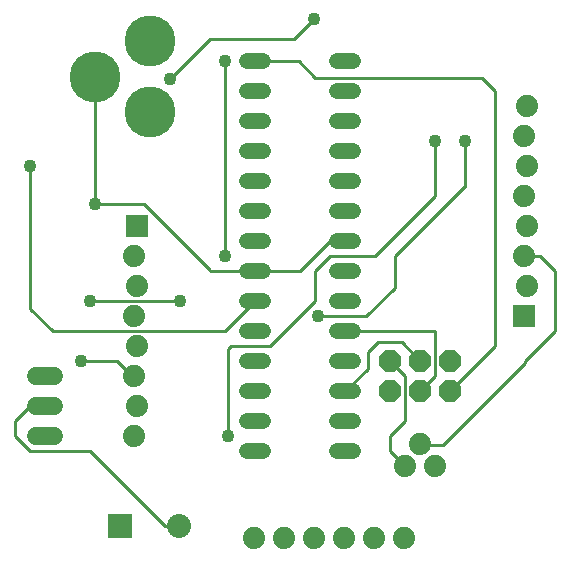
<source format=gbl>
G75*
%MOIN*%
%OFA0B0*%
%FSLAX25Y25*%
%IPPOS*%
%LPD*%
%AMOC8*
5,1,8,0,0,1.08239X$1,22.5*
%
%ADD10R,0.07400X0.07400*%
%ADD11C,0.07400*%
%ADD12OC8,0.07400*%
%ADD13C,0.17000*%
%ADD14R,0.08000X0.08000*%
%ADD15C,0.08000*%
%ADD16C,0.06000*%
%ADD17C,0.05200*%
%ADD18C,0.01000*%
%ADD19C,0.04356*%
D10*
X0158833Y0121000D03*
X0287833Y0091000D03*
D11*
X0288833Y0101000D03*
X0287833Y0111000D03*
X0288833Y0121000D03*
X0287833Y0131000D03*
X0288833Y0141000D03*
X0287833Y0151000D03*
X0288833Y0161000D03*
X0157833Y0111000D03*
X0158833Y0101000D03*
X0157833Y0091000D03*
X0158833Y0081000D03*
X0157833Y0071000D03*
X0158833Y0061000D03*
X0157833Y0051000D03*
X0197833Y0017000D03*
X0207833Y0017000D03*
X0217833Y0017000D03*
X0227833Y0017000D03*
X0237833Y0017000D03*
X0247833Y0017000D03*
X0248333Y0041000D03*
X0253333Y0048500D03*
X0258333Y0041000D03*
D12*
X0253333Y0066000D03*
X0243333Y0066000D03*
X0243333Y0076000D03*
X0253333Y0076000D03*
X0263333Y0076000D03*
X0263333Y0066000D03*
D13*
X0163333Y0159063D03*
X0144829Y0170874D03*
X0163333Y0182685D03*
D14*
X0153333Y0021000D03*
D15*
X0173018Y0021000D03*
D16*
X0131333Y0051000D02*
X0125333Y0051000D01*
X0125333Y0061000D02*
X0131333Y0061000D01*
X0131333Y0071000D02*
X0125333Y0071000D01*
D17*
X0195733Y0066000D02*
X0200933Y0066000D01*
X0200933Y0056000D02*
X0195733Y0056000D01*
X0195733Y0046000D02*
X0200933Y0046000D01*
X0225733Y0046000D02*
X0230933Y0046000D01*
X0230933Y0056000D02*
X0225733Y0056000D01*
X0225733Y0066000D02*
X0230933Y0066000D01*
X0230933Y0076000D02*
X0225733Y0076000D01*
X0225733Y0086000D02*
X0230933Y0086000D01*
X0230933Y0096000D02*
X0225733Y0096000D01*
X0225733Y0106000D02*
X0230933Y0106000D01*
X0230933Y0116000D02*
X0225733Y0116000D01*
X0225733Y0126000D02*
X0230933Y0126000D01*
X0230933Y0136000D02*
X0225733Y0136000D01*
X0225733Y0146000D02*
X0230933Y0146000D01*
X0230933Y0156000D02*
X0225733Y0156000D01*
X0225733Y0166000D02*
X0230933Y0166000D01*
X0230933Y0176000D02*
X0225733Y0176000D01*
X0200933Y0176000D02*
X0195733Y0176000D01*
X0195733Y0166000D02*
X0200933Y0166000D01*
X0200933Y0156000D02*
X0195733Y0156000D01*
X0195733Y0146000D02*
X0200933Y0146000D01*
X0200933Y0136000D02*
X0195733Y0136000D01*
X0195733Y0126000D02*
X0200933Y0126000D01*
X0200933Y0116000D02*
X0195733Y0116000D01*
X0195733Y0106000D02*
X0200933Y0106000D01*
X0200933Y0096000D02*
X0195733Y0096000D01*
X0195733Y0086000D02*
X0200933Y0086000D01*
X0200933Y0076000D02*
X0195733Y0076000D01*
D18*
X0118333Y0056000D02*
X0118333Y0051000D01*
X0123333Y0046000D01*
X0143333Y0046000D01*
X0168333Y0021000D01*
X0173018Y0021000D01*
X0198333Y0046000D02*
X0198333Y0046500D01*
X0189333Y0051000D02*
X0189333Y0080000D01*
X0190333Y0081000D01*
X0203333Y0081000D01*
X0218333Y0096000D01*
X0218333Y0106000D01*
X0223333Y0111000D01*
X0238333Y0111000D01*
X0258333Y0131000D01*
X0258333Y0149500D01*
X0268333Y0149500D02*
X0268333Y0134000D01*
X0267833Y0134000D01*
X0244833Y0111000D01*
X0244833Y0100500D01*
X0235333Y0091000D01*
X0219333Y0091000D01*
X0228333Y0086000D02*
X0258333Y0086000D01*
X0258333Y0071000D01*
X0253333Y0066000D01*
X0248333Y0071000D02*
X0243333Y0076000D01*
X0248333Y0071000D02*
X0248333Y0056000D01*
X0243333Y0051000D01*
X0243333Y0046000D01*
X0248333Y0041000D01*
X0253833Y0048000D02*
X0253333Y0048500D01*
X0253833Y0048000D02*
X0260833Y0048000D01*
X0288333Y0075500D01*
X0288333Y0076000D01*
X0298333Y0086000D01*
X0298333Y0106000D01*
X0293333Y0111000D01*
X0287833Y0111000D01*
X0278333Y0081000D02*
X0263333Y0066000D01*
X0253333Y0076000D02*
X0247333Y0082500D01*
X0239333Y0082500D01*
X0235833Y0079000D01*
X0235833Y0073500D01*
X0228333Y0066000D01*
X0198333Y0096000D02*
X0188333Y0086000D01*
X0130833Y0086000D01*
X0123333Y0093500D01*
X0123333Y0141000D01*
X0144829Y0128500D02*
X0161333Y0128500D01*
X0183333Y0106500D01*
X0183333Y0106000D01*
X0198333Y0106000D01*
X0213333Y0106000D01*
X0223333Y0116000D01*
X0228333Y0116000D01*
X0188333Y0111000D02*
X0188333Y0176000D01*
X0183333Y0183500D02*
X0211333Y0183500D01*
X0217833Y0190000D01*
X0212833Y0176000D02*
X0198333Y0176000D01*
X0212833Y0176000D02*
X0218333Y0170500D01*
X0273833Y0170500D01*
X0278333Y0166000D01*
X0278333Y0081000D01*
X0173333Y0096000D02*
X0143333Y0096000D01*
X0140333Y0076000D02*
X0152333Y0076000D01*
X0157333Y0071000D01*
X0157833Y0071000D01*
X0128333Y0061000D02*
X0123333Y0061000D01*
X0118333Y0056000D01*
X0144829Y0128500D02*
X0144829Y0170874D01*
X0144829Y0170996D01*
X0169833Y0170000D02*
X0183333Y0183500D01*
D19*
X0188333Y0176000D03*
X0169833Y0170000D03*
X0217833Y0190000D03*
X0258333Y0149500D03*
X0268333Y0149500D03*
X0188333Y0111000D03*
X0173333Y0096000D03*
X0143333Y0096000D03*
X0140333Y0076000D03*
X0189333Y0051000D03*
X0219333Y0091000D03*
X0144829Y0128500D03*
X0123333Y0141000D03*
M02*

</source>
